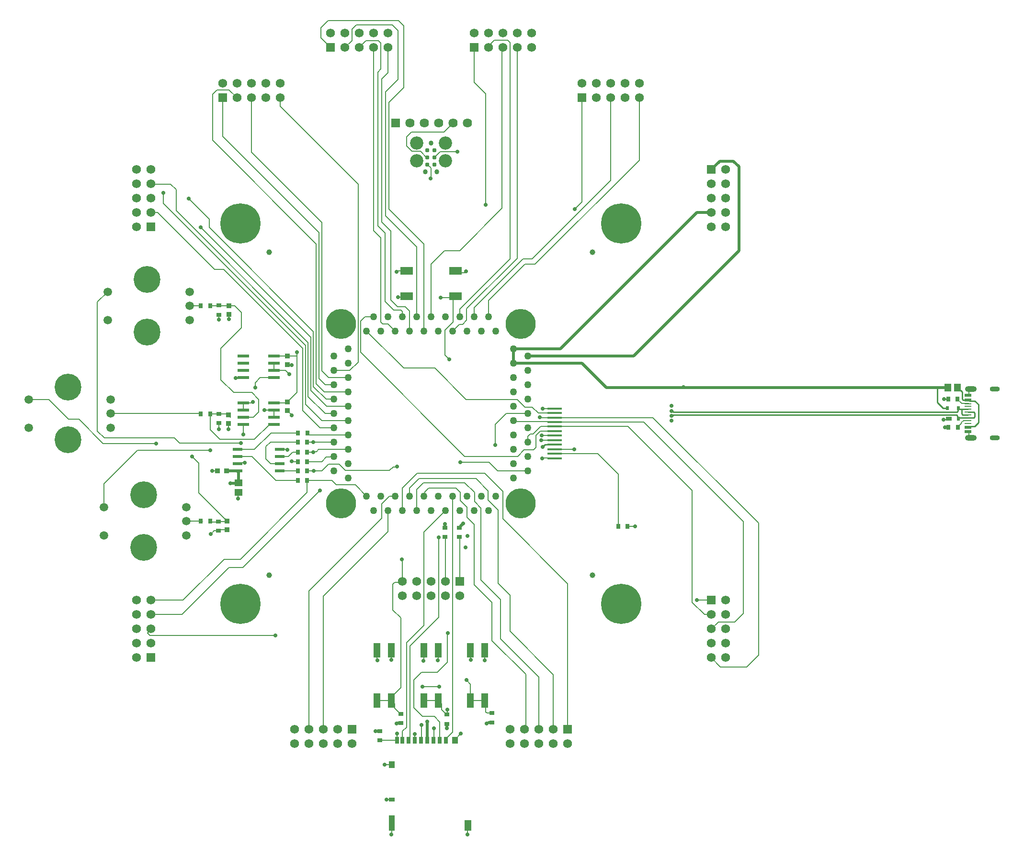
<source format=gtl>
G04*
G04 #@! TF.GenerationSoftware,Altium Limited,Altium Designer,23.0.1 (38)*
G04*
G04 Layer_Physical_Order=1*
G04 Layer_Color=39423*
%FSLAX25Y25*%
%MOIN*%
G70*
G04*
G04 #@! TF.SameCoordinates,A82DE2A9-68C3-4950-AE13-74F95629AD28*
G04*
G04*
G04 #@! TF.FilePolarity,Positive*
G04*
G01*
G75*
%ADD12C,0.02000*%
%ADD14C,0.01000*%
%ADD17C,0.00800*%
%ADD22R,0.04528X0.02264*%
%ADD23R,0.04528X0.01083*%
%ADD24R,0.07087X0.02362*%
%ADD25R,0.02756X0.03347*%
%ADD26R,0.10000X0.01378*%
%ADD27R,0.04921X0.05512*%
%ADD28R,0.04331X0.03150*%
%ADD29R,0.02362X0.02756*%
%ADD30R,0.03937X0.11024*%
%ADD31R,0.05118X0.07480*%
%ADD32R,0.03937X0.04724*%
%ADD33R,0.03937X0.03150*%
%ADD34R,0.02756X0.04724*%
%ADD35R,0.03347X0.02756*%
%ADD36R,0.08071X0.02362*%
%ADD37R,0.03543X0.03740*%
%ADD38R,0.08500X0.05500*%
%ADD39R,0.05000X0.10000*%
%ADD40R,0.05512X0.04921*%
%ADD41R,0.03740X0.03543*%
%ADD80C,0.03937*%
%ADD81C,0.03100*%
%ADD82C,0.01126*%
%ADD83C,0.20866*%
%ADD84C,0.05000*%
%ADD85O,0.08268X0.03937*%
%ADD86O,0.07087X0.03543*%
%ADD87C,0.28000*%
%ADD88C,0.03000*%
%ADD89C,0.06200*%
%ADD90R,0.06200X0.06200*%
%ADD91R,0.06200X0.06200*%
%ADD92C,0.09200*%
%ADD93C,0.03400*%
%ADD94C,0.06400*%
%ADD95R,0.06400X0.06400*%
%ADD96C,0.05906*%
%ADD97C,0.18661*%
%ADD98C,0.02800*%
D12*
X214300Y113300D02*
Y172100D01*
X200900Y175900D02*
X210500D01*
X214300Y172100D01*
X195000Y170000D02*
X200900Y175900D01*
X141000Y40000D02*
X214300Y113300D01*
X175700Y18200D02*
X352500D01*
X359555D01*
X121900D02*
X175700D01*
X67500Y40000D02*
X141000D01*
X20473Y-79174D02*
Y-78627D01*
X19800Y-79552D02*
X20095D01*
X20473Y-79174D01*
Y-78627D02*
X22400Y-76700D01*
X11000Y-219100D02*
Y-216248D01*
X9750Y-79454D02*
X9800Y-79504D01*
X9700Y-76900D02*
X9750Y-76950D01*
Y-79454D02*
Y-76950D01*
X-134881Y-40000D02*
X-134000Y-40881D01*
X-2500Y-227500D02*
Y-214600D01*
X-2600Y-214500D02*
X-2500Y-214600D01*
X57500Y35000D02*
Y45000D01*
Y35000D02*
X105100D01*
X121900Y18200D01*
X77573Y-23200D02*
X77773D01*
X40047Y-215248D02*
X42500D01*
X-139600Y-48500D02*
X-134390D01*
X-134000Y-48110D01*
X-38448Y-221252D02*
X-35500D01*
X-38600Y-221100D02*
X-38448Y-221252D01*
X-24100Y-215800D02*
X-23800D01*
X-23748Y-215748D01*
X-21000D01*
X-142398Y-40000D02*
X-134881D01*
X-134000Y-48110D02*
Y-40881D01*
X185100Y140000D02*
X195000D01*
X90100Y45000D02*
X185100Y140000D01*
X57500Y45000D02*
X90100D01*
D14*
X352500Y7700D02*
Y18200D01*
Y7700D02*
X356400Y3800D01*
X359513D01*
X370186Y9449D02*
X373543D01*
X369600Y10035D02*
Y15045D01*
Y10035D02*
X370186Y9449D01*
X366445Y17905D02*
X368406Y15944D01*
X368701D02*
X369600Y15045D01*
X368406Y15944D02*
X368701D01*
X366445Y17905D02*
Y18200D01*
X374467Y9527D02*
X375099Y8895D01*
X378405D01*
X381000Y-6300D02*
Y6300D01*
X378405Y8895D02*
X381000Y6300D01*
X378380Y-8920D02*
X381000Y-6300D01*
X374467Y-9371D02*
X374918Y-8920D01*
X378380D01*
X77773Y-23200D02*
X79299Y-21674D01*
X86000D01*
X357600Y-9500D02*
X357800Y-9700D01*
X360152D01*
X357100Y10100D02*
X357200Y10000D01*
X359952D01*
X57500Y35000D02*
X57700Y35200D01*
D17*
X356600Y-4163D02*
X359817D01*
X360300Y-3680D01*
X-105000Y214200D02*
X-50700Y159900D01*
Y35900D02*
Y159900D01*
X-76700Y268700D02*
X-71800Y273600D01*
X-22600D02*
X-19100Y270100D01*
X-71800Y273600D02*
X-22600D01*
X-29300Y216900D02*
X-19100Y227100D01*
Y270100D01*
X-27100Y270900D02*
X-23000Y266800D01*
Y232800D02*
Y266800D01*
X-52100Y270900D02*
X-27100D01*
X-34900Y240000D02*
Y258200D01*
X-45200Y259800D02*
X-36500D01*
X-34900Y258200D01*
X-50000Y255000D02*
X-45200Y259800D01*
X-55100Y259900D02*
Y267900D01*
X-52100Y270900D01*
X-60000Y255000D02*
X-55100Y259900D01*
X-29300Y142300D02*
Y216900D01*
X-5000Y57500D02*
Y118000D01*
X-29300Y142300D02*
X-5000Y118000D01*
X-35000Y63900D02*
Y122400D01*
X-40000Y127400D02*
Y255000D01*
Y127400D02*
X-35000Y122400D01*
X-37000Y130600D02*
Y237900D01*
X-32000Y78203D02*
Y125600D01*
X-37000Y130600D02*
X-32000Y125600D01*
X46600Y-118300D02*
X54900Y-126600D01*
X46600Y-118300D02*
Y-67100D01*
X39800Y-60300D02*
X46600Y-67100D01*
X37400Y-41600D02*
X49900Y-54100D01*
Y-73400D02*
Y-54100D01*
X-9800Y-41600D02*
X37400D01*
X-20000Y-51800D02*
X-9800Y-41600D01*
X31200Y-45200D02*
X39800Y-53800D01*
Y-60300D02*
Y-53800D01*
X-8200Y-45200D02*
X31200D01*
X-15000Y-52000D02*
X-8200Y-45200D01*
X23497Y-48100D02*
X30293Y-54896D01*
X-5300Y-48100D02*
X23497D01*
X-10000Y-52800D02*
X-5300Y-48100D01*
X20353Y-60753D02*
Y-54853D01*
X25000Y-72300D02*
Y-65400D01*
X20353Y-60753D02*
X25000Y-65400D01*
Y-72300D02*
X30100Y-77400D01*
X-26500Y-118900D02*
X-25249Y-117648D01*
X-20649D01*
X-26500Y-136800D02*
Y-118900D01*
X38100Y-208000D02*
X38852Y-208752D01*
X38100Y-208000D02*
Y-200600D01*
X38852Y-208752D02*
X42500D01*
X37500Y-200000D02*
X38100Y-200600D01*
X20800Y-222901D02*
Y-222900D01*
X16594Y-227106D02*
X20800Y-222901D01*
X5600Y-190300D02*
X5700Y-190400D01*
X-5900Y-190200D02*
X-5800Y-190300D01*
X5600D01*
X-15492Y-227500D02*
X-14700Y-226708D01*
Y-162000D02*
X5261Y-142039D01*
X-14700Y-226708D02*
Y-162000D01*
X-11900Y-185500D02*
X-6750Y-180350D01*
X-11900Y-204900D02*
Y-185500D01*
X-6750Y-180350D02*
X4250D01*
X11400Y-173200D01*
Y-153200D01*
X-11900Y-204900D02*
X-5990Y-210810D01*
X23400Y-29900D02*
X60300D01*
X-49100Y42600D02*
Y64300D01*
Y42600D02*
X23400Y-29900D01*
X-45900Y67500D02*
X-40000D01*
X-49100Y64300D02*
X-45900Y67500D01*
X-56600Y30000D02*
X-50700Y35900D01*
X71200Y-25400D02*
X72900Y-23700D01*
Y-15300D02*
X75975Y-12225D01*
X72900Y-23700D02*
Y-15300D01*
X201500Y-176500D02*
X219700D01*
X228000Y-168200D01*
X195000Y-170000D02*
X201500Y-176500D01*
X211258Y-145142D02*
X217300Y-139100D01*
X199858Y-145142D02*
X211258D01*
X195000Y-150000D02*
X199858Y-145142D01*
X86000Y-2776D02*
X154476D01*
X228000Y-149800D02*
Y-76300D01*
X154476Y-2776D02*
X228000Y-76300D01*
X-76100Y29800D02*
Y133200D01*
X-125000Y182100D02*
Y220000D01*
Y182100D02*
X-76100Y133200D01*
Y29800D02*
X-71300Y25000D01*
X-145000Y193000D02*
X-78100Y126100D01*
Y24500D02*
Y126100D01*
Y24500D02*
X-73600Y20000D01*
X-81900Y18800D02*
Y57200D01*
X-154400Y129700D02*
X-81900Y57200D01*
Y18800D02*
X-73100Y10000D01*
X-83800Y16100D02*
X-72700Y5000D01*
X-160300Y129600D02*
X-83800Y53100D01*
Y16100D02*
Y53100D01*
X-79900Y20700D02*
Y118200D01*
X-152100Y190400D02*
X-79900Y118200D01*
Y20700D02*
X-74200Y15000D01*
X-71300Y25000D02*
X-57500D01*
X-73600Y20000D02*
X-67500D01*
X-154400Y129700D02*
Y135300D01*
X-152100Y190400D02*
Y222300D01*
X-148848Y225552D02*
X-140551D01*
X-152100Y222300D02*
X-148848Y225552D01*
X-140551D02*
X-135000Y220000D01*
X-145000Y193000D02*
Y220000D01*
X-186300Y146500D02*
X-87300Y47500D01*
X-85600Y11800D02*
Y49497D01*
X-177400Y141297D02*
X-85600Y49497D01*
X-87300Y6400D02*
Y47500D01*
X-74200Y15000D02*
X-57500D01*
X-72700Y5000D02*
X-57500D01*
X44800Y-21900D02*
Y-7461D01*
X52261Y0D01*
X194800Y-129800D02*
X195000Y-130000D01*
X184900Y-129800D02*
X194800D01*
X77600Y-30900D02*
X85777D01*
X77400Y-31100D02*
X77600Y-30900D01*
X-17600Y81000D02*
X-17000Y81600D01*
X-23000Y81000D02*
X-17600D01*
X145000Y176500D02*
Y220000D01*
X65400Y104000D02*
X72500D01*
X145000Y176500D01*
X40000Y67500D02*
Y78600D01*
X65400Y104000D01*
X30000Y73700D02*
X64000Y107700D01*
X70391D01*
X125000Y162309D01*
X53414Y260000D02*
X55000Y258414D01*
X20000Y72700D02*
X55000Y107700D01*
Y258414D01*
X44000Y260000D02*
X53414D01*
X40000Y255000D02*
Y256000D01*
X44000Y260000D01*
X30000Y230900D02*
Y255000D01*
X38000Y145500D02*
Y222900D01*
X30000Y230900D02*
X38000Y222900D01*
X2500Y178500D02*
X6300Y182300D01*
X18500D01*
X-13600Y196000D02*
X8900D01*
X-17000Y192600D02*
X-13600Y196000D01*
X8900D02*
X15400Y202500D01*
X-31600Y224200D02*
X-23000Y232800D01*
X-31600Y137600D02*
Y224200D01*
Y137600D02*
X-10000Y116000D01*
X-34400Y233000D02*
X-30000Y237400D01*
X-34400Y133400D02*
Y233000D01*
Y133400D02*
X-28000Y127000D01*
X-76700Y261700D02*
Y268700D01*
Y261700D02*
X-70000Y255000D01*
X-30000Y237400D02*
Y255000D01*
X-37000Y237900D02*
X-34900Y240000D01*
X-28000Y79100D02*
Y127000D01*
X-10000Y67500D02*
Y116000D01*
X-32000Y78203D02*
X-25897Y72100D01*
X-23400Y74500D02*
X-18100D01*
X-28000Y79100D02*
X-23400Y74500D01*
X-18100D02*
X-15000Y71400D01*
X-25897Y72100D02*
X-20900D01*
X-20000Y67500D02*
Y71200D01*
X-20900Y72100D02*
X-20000Y71200D01*
X-35000Y63900D02*
X-33500Y62400D01*
X-29900D02*
X-25000Y57500D01*
X-33500Y62400D02*
X-29900D01*
X30000Y67500D02*
Y73700D01*
X60000Y108200D02*
Y255000D01*
X24796Y64996D02*
Y72996D01*
X60000Y108200D01*
X19700Y62200D02*
X22000D01*
X24796Y64996D01*
X15000Y57500D02*
X19700Y62200D01*
X20000Y67500D02*
Y72700D01*
X15300Y80250D02*
X15950Y80900D01*
X15300Y63900D02*
Y80250D01*
X9600Y58200D02*
X15300Y63900D01*
X6700Y80900D02*
X15950D01*
X16650Y81600D01*
X9600Y40900D02*
X12700Y37800D01*
X16650Y81600D02*
X17000D01*
X9600Y40900D02*
Y58200D01*
X74527Y373D02*
X86000D01*
X70400Y4500D02*
X74527Y373D01*
X65400Y4500D02*
X70400D01*
X75975Y-12225D02*
X86000D01*
X-19100Y31600D02*
X2700D01*
X24400Y9900D01*
X60000D01*
X65400Y4500D01*
X75700Y-2776D02*
X86000D01*
X52261Y0D02*
X67500D01*
X64800Y-25400D02*
X71200D01*
X60300Y-29900D02*
X64800Y-25400D01*
X69100Y-14200D02*
X71154D01*
X76279Y-9076D02*
X86000D01*
X71154Y-14200D02*
X76279Y-9076D01*
X78122Y-15375D02*
X86000D01*
X78097Y-15400D02*
X78122Y-15375D01*
X77000Y-15300D02*
X77100Y-15400D01*
X78097D01*
X67500Y-15800D02*
X69100Y-14200D01*
X67500Y-20000D02*
Y-15800D01*
X40476Y-33976D02*
X46500Y-40000D01*
X20376Y-33976D02*
X40476D01*
X46500Y-40000D02*
X67500D01*
X54900Y-151700D02*
Y-126600D01*
Y-151700D02*
X85000Y-181800D01*
X19800Y-86048D02*
X20000Y-86248D01*
Y-117000D02*
Y-86248D01*
X48300Y-156992D02*
Y-129600D01*
X34700Y-116000D02*
X48300Y-129600D01*
X34700Y-116000D02*
Y-65800D01*
X30100Y-119200D02*
Y-77400D01*
Y-119200D02*
X42500Y-131600D01*
X85000Y-220000D02*
Y-181800D01*
X65900Y-219100D02*
Y-181600D01*
X42500Y-158200D02*
X65900Y-181600D01*
X65000Y-220000D02*
X65900Y-219100D01*
X48300Y-156992D02*
X75000Y-183692D01*
X49900Y-73400D02*
X95000Y-118500D01*
X30293Y-61393D02*
X34700Y-65800D01*
X30293Y-61393D02*
Y-54896D01*
X17300Y-51800D02*
X20353Y-54853D01*
X-4451Y-54452D02*
X-1800Y-51800D01*
X17300D01*
X-4451Y-56951D02*
Y-54452D01*
X-5000Y-57500D02*
X-4451Y-56951D01*
X-10000Y-67500D02*
Y-52800D01*
X-15000Y-57500D02*
Y-52000D01*
X-20000Y-67500D02*
Y-51800D01*
X2000Y-227331D02*
Y-219200D01*
X1831Y-227500D02*
X2000Y-227331D01*
X-5990Y-210810D02*
X2210D01*
X6161Y-227500D02*
Y-214761D01*
X2210Y-210810D02*
X6161Y-214761D01*
X-11300Y-227361D02*
X-11161Y-227500D01*
X-11300Y-227361D02*
Y-223200D01*
X-17100Y-218600D02*
Y-159600D01*
X-19823Y-221323D02*
X-17100Y-218600D01*
X-19823Y-227500D02*
Y-221323D01*
X-17100Y-159600D02*
X-5100Y-147600D01*
Y-82600D01*
X5261Y-142039D02*
Y-86400D01*
X10000Y-117000D02*
Y-86200D01*
X9800Y-86000D02*
X10000Y-86200D01*
X-5100Y-82600D02*
X10000Y-67500D01*
X-75000Y-220000D02*
Y-127100D01*
X-30000Y-82100D01*
Y-67500D01*
X-85000Y-123600D02*
X-34400Y-73000D01*
Y-63000D01*
X-85000Y-220000D02*
Y-123600D01*
X-34400Y-63000D02*
X-28900Y-57500D01*
X-71300Y-35400D02*
X-64000D01*
X-75900Y-40000D02*
X-71300Y-35400D01*
X-64000D02*
X-59700Y-39700D01*
X-114851Y-31749D02*
Y-23052D01*
X-111800Y-20000D02*
X-92748D01*
X-114851Y-23052D02*
X-111800Y-20000D01*
X-232202Y-12099D02*
Y77700D01*
X-225059Y84842D01*
X-178646Y-17000D02*
X-174946Y-20700D01*
X-227300Y-17000D02*
X-178646D01*
X-232202Y-12099D02*
X-227300Y-17000D01*
X-252190Y-4000D02*
X-245100D01*
X-228300Y-20800D02*
X-191200D01*
X-245100Y-4000D02*
X-228300Y-20800D01*
X-134200Y-55200D02*
X-134000Y-55000D01*
X-134200Y-59400D02*
Y-55200D01*
X-150600Y-81748D02*
X-148100D01*
X-147403Y-81051D01*
X-142000D01*
X-170473Y-75000D02*
X-159000D01*
X-153252Y-75500D02*
X-148348D01*
X-148100Y-75252D01*
X-153752Y-75000D02*
X-153252Y-75500D01*
X-148100Y-75252D02*
X-142303D01*
X-142000Y-74949D01*
X-142148Y-74752D02*
Y-74702D01*
X-143472Y-73379D02*
X-142148Y-74702D01*
X-161700Y-55200D02*
X-143521Y-73379D01*
X-161700Y-55200D02*
Y-34600D01*
X-143521Y-73379D02*
X-143472D01*
X-166300Y-30000D02*
X-161700Y-34600D01*
X-132800Y-101500D02*
X-86252Y-54952D01*
Y-46500D01*
X-140600Y-107300D02*
X-131100D01*
X-77300Y-53500D01*
X-28900Y-39700D02*
X-26300Y-37100D01*
X-59700Y-39700D02*
X-28900D01*
X-81600Y-40000D02*
X-75900D01*
X-86252D02*
X-81600D01*
X-86252Y-20000D02*
X-67500D01*
X-86252Y-27000D02*
X-82000D01*
X-79779Y-26579D02*
X-78200Y-25000D01*
X-81579Y-26579D02*
X-79779D01*
X-82000Y-27000D02*
X-81579Y-26579D01*
X-78200Y-25000D02*
X-57500D01*
X-105433Y-30000D02*
X-99235D01*
X-96236Y-27000D01*
X-92748D01*
X-114851Y-31749D02*
X-111600Y-35000D01*
X-147500Y-10800D02*
Y-6748D01*
X-146300Y23500D02*
Y45400D01*
Y23500D02*
X-137400Y14600D01*
X-124800D02*
X-120100Y9900D01*
X-137400Y14600D02*
X-124800D01*
X-120100Y1100D02*
Y9900D01*
X-123700Y-2500D02*
X-120100Y1100D01*
X-130531Y-2500D02*
X-123700D01*
X-153752Y75000D02*
X-141551D01*
X-140500Y75051D02*
X-136651D01*
X-132000Y70400D01*
Y59700D02*
Y70400D01*
X-146300Y45400D02*
X-132000Y59700D01*
X-122400Y21500D02*
X-118900Y25000D01*
X-122400Y18000D02*
Y21500D01*
X-118900Y25000D02*
X-109468D01*
X-100000Y40051D02*
X-93400D01*
Y14750D02*
Y40051D01*
X-109417D02*
X-100000D01*
Y8150D02*
X-93400Y14750D01*
Y40051D02*
Y42900D01*
X-89300Y2100D02*
X-77200Y-10000D01*
X-89300Y2100D02*
Y45300D01*
X-144300Y100300D02*
X-89300Y45300D01*
X-85600Y11800D02*
X-73800Y0D01*
X-67500D01*
X-73100Y10000D02*
X-67500D01*
X-177400Y141297D02*
Y156000D01*
X-186300Y146500D02*
Y153600D01*
X-150600Y100300D02*
X-144300D01*
X-190300Y140000D02*
X-150600Y100300D01*
X-195000Y140000D02*
X-190300D01*
X-87300Y6400D02*
X-75900Y-5000D01*
X-181200Y159800D02*
X-177400Y156000D01*
X-194800Y159800D02*
X-181200D01*
X-168700Y149600D02*
X-154400Y135300D01*
X-160548Y0D02*
X-160248Y-300D01*
X-222972Y0D02*
X-160548D01*
X-141000Y-1047D02*
Y-949D01*
X-153752Y-300D02*
X-141649D01*
X-141000Y-1047D02*
X-139528Y-2519D01*
X-112323Y-7500D02*
X-110400D01*
X-122823Y-18000D02*
X-112323Y-7500D01*
X-147100Y-18000D02*
X-122823D01*
X-153752Y-11348D02*
X-147100Y-18000D01*
X-153752Y-11348D02*
Y-300D01*
X-141649D02*
X-141000Y-949D01*
X-130531Y-7500D02*
X-130500Y-7531D01*
Y-14500D02*
Y-7531D01*
X136848Y-78600D02*
X142100D01*
X142600D01*
X116173Y-27973D02*
X130352Y-42152D01*
Y-78600D02*
Y-42152D01*
X137176Y-9076D02*
X181800Y-53700D01*
Y-131500D02*
X190300Y-140000D01*
X181800Y-131500D02*
Y-53700D01*
X-227559Y-65158D02*
Y-48859D01*
X-204400Y-25700D02*
X-153700D01*
X-227559Y-48859D02*
X-204400Y-25700D01*
X-172500Y-130000D02*
X-144000Y-101500D01*
X-132800D01*
X-195000Y-130000D02*
X-172500D01*
X-173300Y-140000D02*
X-140600Y-107300D01*
X-195000Y-140000D02*
X-173300D01*
X-69100Y-46500D02*
X-65900Y-49700D01*
X-52800D02*
X-45000Y-57500D01*
X-65900Y-49700D02*
X-52800D01*
X-86252Y-46500D02*
X-69100D01*
X-13349Y182600D02*
X-7200D01*
X-2500Y177900D01*
X-17000Y186251D02*
X-13349Y182600D01*
X-17000Y186251D02*
Y192600D01*
X-20649Y-117648D02*
X-20000Y-117000D01*
X-26500Y-136800D02*
X-21000Y-142300D01*
X-6800Y-227469D02*
Y-216800D01*
X-23700Y-37100D02*
X-23624Y-37024D01*
X-26300Y-37100D02*
X-23700D01*
X228000Y-168200D02*
Y-149800D01*
X217300Y-139100D02*
Y-75100D01*
X86000Y-27973D02*
X116173D01*
X99724Y-24824D02*
X99800Y-24900D01*
X86000Y-24824D02*
X99724D01*
X376009Y-16930D02*
X376731D01*
X374467Y-15389D02*
Y-12520D01*
Y-15389D02*
X376009Y-16930D01*
X374467Y12676D02*
Y15544D01*
X376009Y17086D01*
X376731D01*
X366648Y-9700D02*
Y-9405D01*
X369113Y-6940D01*
Y-6387D01*
X370657Y-4843D01*
X374467D01*
X369185Y6968D02*
X374467D01*
X366448Y9705D02*
X369185Y6968D01*
X366448Y9705D02*
Y10000D01*
X58037Y-5537D02*
X85611D01*
X57500Y-5000D02*
X58037Y-5537D01*
X85611D02*
X86000Y-5926D01*
X148126D01*
X77723Y3523D02*
X86000D01*
X77700Y3500D02*
X77723Y3523D01*
X76800Y-18600D02*
X76900D01*
X76976Y-18524D01*
X86000D01*
X85777Y-30900D02*
X86000Y-31123D01*
Y-9076D02*
X137176D01*
X148126Y-5926D02*
X217300Y-75100D01*
X16594Y-227500D02*
Y-227106D01*
X-96900Y33900D02*
Y33949D01*
X-100000D02*
X-96900D01*
X-97100Y33900D02*
X-96900D01*
X-24000Y98600D02*
X-23200Y99400D01*
X-17000D01*
X23948Y98200D02*
X24300Y98551D01*
X18200Y98200D02*
X23948D01*
X24300Y98551D02*
Y99100D01*
X17000Y99400D02*
X18200Y98200D01*
X-135700Y24900D02*
X-135600Y25000D01*
X-136100Y24900D02*
X-135700D01*
X-135600Y25000D02*
X-130531D01*
X-153147Y-84000D02*
X-150895Y-81748D01*
X-153300Y-84000D02*
X-153147D01*
X-150895Y-81748D02*
X-150600D01*
X25300Y-293100D02*
Y-287495D01*
Y-293100D02*
X25400Y-293200D01*
X25300Y-287495D02*
X25846Y-286949D01*
X-27303Y-293003D02*
Y-285177D01*
X-27600Y-293300D02*
X-27303Y-293003D01*
X-31061Y-268839D02*
X-27303D01*
X-31100Y-268800D02*
X-31061Y-268839D01*
X-37500Y-171500D02*
Y-165000D01*
Y-171500D02*
X-37200Y-171800D01*
X-27600Y-171500D02*
X-27500Y-171400D01*
X-27600Y-171700D02*
Y-171500D01*
X-27500Y-171400D02*
Y-165000D01*
X37400Y-171900D02*
X37500Y-171800D01*
Y-165000D01*
X27500Y-171500D02*
X27600Y-171600D01*
Y-171700D02*
Y-171600D01*
X27500Y-171500D02*
Y-165000D01*
X5000Y-171400D02*
Y-165000D01*
X4600Y-171800D02*
X5000Y-171400D01*
X-5200Y-172200D02*
X-5000Y-172000D01*
Y-165000D01*
X-100551Y7500D02*
X-100000Y8051D01*
X-109468Y7500D02*
X-100551D01*
X-100000Y8051D02*
Y8150D01*
X-109468Y40000D02*
X-109417Y40051D01*
X-45000Y57500D02*
X-19100Y31600D01*
X-32200Y-244600D02*
X-31900D01*
X-31729Y-244429D01*
X-27303D01*
X-35500Y-227748D02*
X-35252Y-227500D01*
X-23563D01*
X-25300Y-205247D02*
X-21295Y-209252D01*
X-25300Y-205247D02*
Y-202200D01*
X-21295Y-209252D02*
X-21000D01*
X-27500Y-200000D02*
X-25300Y-202200D01*
X7200Y-206247D02*
X10705Y-209752D01*
X7200Y-206247D02*
Y-202200D01*
X5000Y-200000D02*
X7200Y-202200D01*
X10705Y-209752D02*
X11000D01*
X11200Y-209552D02*
Y-206200D01*
X11000Y-209752D02*
X11200Y-209552D01*
X15000Y-222008D02*
Y-57500D01*
X10492Y-226516D02*
X15000Y-222008D01*
X-147600Y65600D02*
X-147500Y65500D01*
X-147600Y68652D02*
X-147500Y68752D01*
X-147600Y65600D02*
Y68652D01*
X-140500Y65600D02*
Y68949D01*
X-141000Y-10400D02*
Y-7051D01*
X-141200Y-10600D02*
X-141000Y-10400D01*
X-152300Y-40000D02*
X-148500D01*
X-134567Y-30000D02*
X-124600D01*
X-108100Y-46500D01*
X-92748D01*
X-100300Y-25000D02*
X-100000Y-25300D01*
X-105433Y-25000D02*
X-100300D01*
X-97100Y-1100D02*
X-97000Y-1200D01*
X-97100Y-1100D02*
Y-1050D01*
X-100000Y1850D02*
X-97100Y-1050D01*
X-100000Y1850D02*
Y1949D01*
X-109468Y-2500D02*
Y2500D01*
X-195000Y160000D02*
X-194800Y159800D01*
X-174946Y-20700D02*
X-132200D01*
X-266033Y9843D02*
X-252190Y-4000D01*
X-280059Y9843D02*
X-266033D01*
X0Y67500D02*
Y104000D01*
X9500Y113500D01*
X-100Y163700D02*
Y171100D01*
X-200Y163600D02*
X-100Y163700D01*
X-2500Y173500D02*
X-100Y171100D01*
X-2500Y177900D02*
Y178500D01*
X-105000Y214200D02*
Y220000D01*
X-15000Y57500D02*
Y71400D01*
X-67500Y30000D02*
X-56600D01*
X-109568Y2400D02*
X-109468Y2500D01*
X-115900Y2400D02*
X-109568D01*
X-75900Y-5000D02*
X-57500D01*
X-77200Y-10000D02*
X-67500D01*
X-84799Y-15000D02*
X-57500D01*
X-86004Y-13795D02*
X-84799Y-15000D01*
X-101300Y30000D02*
X-98600Y27300D01*
X-109468Y30000D02*
X-101300D01*
X-109468D02*
Y35000D01*
X-130531Y7500D02*
X-124600D01*
X-124100Y8000D01*
X-130531Y2500D02*
Y7500D01*
X-167973Y75000D02*
X-160248D01*
X-160248Y75000D01*
X-134567Y-25000D02*
X-122900D01*
X-111400Y-13500D02*
X-92500D01*
X-122900Y-25000D02*
X-111400Y-13500D01*
X-111600Y-35000D02*
X-105433D01*
X-134567D02*
X-133767Y-34200D01*
X-129700D01*
X-96600Y-33500D02*
X-92748D01*
X-96900Y-33200D02*
X-96600Y-33500D01*
X-105433Y-40000D02*
X-92748D01*
X-197352Y-152848D02*
X-195000Y-150497D01*
X-197352Y-152848D02*
X-195600Y-154600D01*
X-195000Y-150497D02*
Y-150000D01*
X-195600Y-154600D02*
X-108300D01*
X-86004Y-13795D02*
Y-13500D01*
X-73000Y-30400D02*
X-67900D01*
X-67500Y-30000D01*
X-76100Y-33500D02*
X-73000Y-30400D01*
X-86252Y-33500D02*
X-76100D01*
X-28900Y-57500D02*
X-25000D01*
X-21000Y-191000D02*
Y-142300D01*
X-27500Y-200000D02*
Y-197500D01*
X-21000Y-191000D01*
X-37500Y-200000D02*
X-27500D01*
X-5000D02*
X5000D01*
X11400Y-153200D02*
X11600Y-153000D01*
X24600Y-185700D02*
X27500Y-188600D01*
Y-200000D02*
Y-188600D01*
Y-200000D02*
X37500D01*
X-20200Y-101500D02*
X-20000Y-101700D01*
Y-117000D02*
Y-101700D01*
X42500Y-158200D02*
Y-131600D01*
X75000Y-220000D02*
Y-183692D01*
X95000Y-220000D02*
Y-118500D01*
X-23563Y-223363D02*
X-23500Y-223300D01*
Y-223000D01*
X-23563Y-227500D02*
Y-223363D01*
X10492Y-227500D02*
Y-226516D01*
X190300Y-140000D02*
X195000D01*
X105000Y147400D02*
Y220000D01*
X100100Y142500D02*
X105000Y147400D01*
X125000Y162309D02*
Y220000D01*
X20081Y113500D02*
X49500Y142919D01*
X9500Y113500D02*
X20081D01*
X49500Y142919D02*
Y254500D01*
X50000Y255000D01*
D22*
X373543Y-12598D02*
D03*
X373543Y-9449D02*
D03*
Y9449D02*
D03*
X373543Y12598D02*
D03*
D23*
X373543Y-6890D02*
D03*
Y-4921D02*
D03*
X373543Y-2953D02*
D03*
X373543Y-984D02*
D03*
X373543Y984D02*
D03*
X373543Y2953D02*
D03*
X373543Y4921D02*
D03*
X373543Y6890D02*
D03*
D24*
X-134567Y-25000D02*
D03*
Y-30000D02*
D03*
Y-35000D02*
D03*
Y-40000D02*
D03*
X-105433Y-25000D02*
D03*
Y-30000D02*
D03*
Y-35000D02*
D03*
Y-40000D02*
D03*
D25*
X136848Y-78600D02*
D03*
X130352D02*
D03*
X360152Y-9700D02*
D03*
X366648D02*
D03*
X359952Y10000D02*
D03*
X366448D02*
D03*
X-153752Y-75000D02*
D03*
X-160248D02*
D03*
X-153752Y75000D02*
D03*
X-160248D02*
D03*
X-92748Y-40000D02*
D03*
X-86252D02*
D03*
X-92748Y-33500D02*
D03*
X-86252D02*
D03*
X-92748Y-27000D02*
D03*
X-86252D02*
D03*
X-92748Y-20000D02*
D03*
X-86252D02*
D03*
X-92500Y-13500D02*
D03*
X-86004D02*
D03*
X-92748Y-46500D02*
D03*
X-86252D02*
D03*
X-153752Y-300D02*
D03*
X-160248D02*
D03*
D26*
X86000Y-21674D02*
D03*
Y-24824D02*
D03*
Y-27973D02*
D03*
Y3523D02*
D03*
Y373D02*
D03*
Y-2776D02*
D03*
Y-5926D02*
D03*
Y-9076D02*
D03*
Y-12225D02*
D03*
Y-15375D02*
D03*
Y-18524D02*
D03*
Y-31123D02*
D03*
D27*
X366445Y18200D02*
D03*
X359555D02*
D03*
D28*
X360300Y-3680D02*
D03*
D29*
X367000D02*
D03*
Y3800D02*
D03*
X359513D02*
D03*
D30*
X-27303Y-285177D02*
D03*
D31*
X25846Y-286949D02*
D03*
D32*
X-27303Y-244429D02*
D03*
X16594Y-227500D02*
D03*
D33*
X-27303Y-268839D02*
D03*
D34*
X-19823Y-227500D02*
D03*
X-15492Y-227500D02*
D03*
X-11161D02*
D03*
X-6831D02*
D03*
X-2500Y-227500D02*
D03*
X1831Y-227500D02*
D03*
X6161Y-227500D02*
D03*
X10492D02*
D03*
X-23563D02*
D03*
D35*
X9800Y-79504D02*
D03*
Y-86000D02*
D03*
X-148100Y-75252D02*
D03*
Y-81748D02*
D03*
X42500Y-215248D02*
D03*
Y-208752D02*
D03*
X11000Y-216248D02*
D03*
Y-209752D02*
D03*
X-21000Y-215748D02*
D03*
Y-209252D02*
D03*
X-35500Y-227748D02*
D03*
Y-221252D02*
D03*
X-147500Y75248D02*
D03*
Y68752D02*
D03*
Y-252D02*
D03*
Y-6748D02*
D03*
X19800Y-86048D02*
D03*
Y-79552D02*
D03*
D36*
X-109468Y30000D02*
D03*
Y35000D02*
D03*
X-130531D02*
D03*
X-109468Y40000D02*
D03*
X-130531Y25000D02*
D03*
Y30000D02*
D03*
Y40000D02*
D03*
X-109468Y25000D02*
D03*
Y-2500D02*
D03*
Y2500D02*
D03*
X-130531D02*
D03*
X-109468Y7500D02*
D03*
X-130531Y-7500D02*
D03*
Y-2500D02*
D03*
Y7500D02*
D03*
X-109468Y-7500D02*
D03*
D37*
X-100000Y8051D02*
D03*
Y1949D02*
D03*
X-142000Y-74949D02*
D03*
Y-81051D02*
D03*
X-100000Y40051D02*
D03*
Y33949D02*
D03*
X-140500Y75051D02*
D03*
Y68949D02*
D03*
X-141000Y-949D02*
D03*
Y-7051D02*
D03*
D38*
X17000Y99400D02*
D03*
X-17000D02*
D03*
X17000Y81600D02*
D03*
X-17000D02*
D03*
D39*
X37500Y-200000D02*
D03*
Y-165000D02*
D03*
X27500Y-200000D02*
D03*
Y-165000D02*
D03*
X-5000D02*
D03*
Y-200000D02*
D03*
X5000Y-165000D02*
D03*
Y-200000D02*
D03*
X-27500D02*
D03*
Y-165000D02*
D03*
X-37500Y-200000D02*
D03*
Y-165000D02*
D03*
D40*
X-134000Y-48110D02*
D03*
Y-55000D02*
D03*
D41*
X-142398Y-40000D02*
D03*
X-148500D02*
D03*
D80*
X-112500Y112500D02*
D03*
X112500D02*
D03*
Y-112500D02*
D03*
X-112500D02*
D03*
D81*
X-2500Y183500D02*
D03*
X2500D02*
D03*
X-2500Y178500D02*
D03*
X2500Y173500D02*
D03*
X-2500D02*
D03*
X2500Y178500D02*
D03*
D82*
X366092Y1063D02*
X366752Y1723D01*
X366382Y-3062D02*
X367000Y-3680D01*
X366752Y1723D02*
Y2932D01*
X168590Y1063D02*
X366092D01*
X366382Y-3062D02*
Y-1523D01*
X365722Y-863D02*
X366382Y-1523D01*
X168590Y-863D02*
X365722D01*
X167853Y1800D02*
X168590Y1063D01*
X167853Y-1600D02*
X168590Y-863D01*
X367000Y2948D02*
X369500D01*
X367000D02*
Y3800D01*
X369500Y2953D02*
X373543D01*
X369500Y-324D02*
X370160Y-984D01*
X369500Y-324D02*
Y2953D01*
X370160Y-984D02*
X373543D01*
X367000Y-2932D02*
X373521D01*
X378200Y-2293D02*
Y324D01*
X373543Y984D02*
X377540D01*
X378200Y324D01*
X373543Y-2953D02*
X377540D01*
X373521Y-2932D02*
X373543Y-2953D01*
X377540D02*
X378200Y-2293D01*
X167400Y-1600D02*
X167853D01*
X167400Y1800D02*
X167853D01*
D83*
X-62500Y62500D02*
D03*
X62500D02*
D03*
Y-62500D02*
D03*
X-62500D02*
D03*
D84*
X45000Y57500D02*
D03*
X-45000D02*
D03*
X-40000Y67500D02*
D03*
X-35000Y57500D02*
D03*
X-30000Y67500D02*
D03*
X-25000Y57500D02*
D03*
X-20000Y67500D02*
D03*
X-15000Y57500D02*
D03*
X-10000Y67500D02*
D03*
X-5000Y57500D02*
D03*
X0Y67500D02*
D03*
X5000Y57500D02*
D03*
X10000Y67500D02*
D03*
X15000Y57500D02*
D03*
X20000Y67500D02*
D03*
X25000Y57500D02*
D03*
X30000Y67500D02*
D03*
X35000Y57500D02*
D03*
X40000Y67500D02*
D03*
X57500Y45000D02*
D03*
X67500Y40000D02*
D03*
X57500Y35000D02*
D03*
X67500Y30000D02*
D03*
X57500Y25000D02*
D03*
X67500Y20000D02*
D03*
X57500Y15000D02*
D03*
X67500Y10000D02*
D03*
X57500Y5000D02*
D03*
X67500Y0D02*
D03*
X57500Y-5000D02*
D03*
X67500Y-10000D02*
D03*
X57500Y-15000D02*
D03*
X67500Y-20000D02*
D03*
X57500Y-25000D02*
D03*
X67500Y-30000D02*
D03*
X57500Y-35000D02*
D03*
X67500Y-40000D02*
D03*
X57500Y-45000D02*
D03*
X45000Y-57500D02*
D03*
X40000Y-67500D02*
D03*
X35000Y-57500D02*
D03*
X30000Y-67500D02*
D03*
X25000Y-57500D02*
D03*
X20000Y-67500D02*
D03*
X15000Y-57500D02*
D03*
X10000Y-67500D02*
D03*
X5000Y-57500D02*
D03*
X0Y-67500D02*
D03*
X-5000Y-57500D02*
D03*
X-10000Y-67500D02*
D03*
X-15000Y-57500D02*
D03*
X-20000Y-67500D02*
D03*
X-25000Y-57500D02*
D03*
X-30000Y-67500D02*
D03*
X-35000Y-57500D02*
D03*
X-40000Y-67500D02*
D03*
X-45000Y-57500D02*
D03*
X-57500Y-45000D02*
D03*
X-67500Y-40000D02*
D03*
X-57500Y-35000D02*
D03*
X-67500Y-30000D02*
D03*
X-57500Y-25000D02*
D03*
X-67500Y-20000D02*
D03*
X-57500Y-15000D02*
D03*
X-67500Y-10000D02*
D03*
X-57500Y-5000D02*
D03*
X-67500Y0D02*
D03*
X-57500Y5000D02*
D03*
X-67500Y10000D02*
D03*
X-57500Y15000D02*
D03*
X-67500Y20000D02*
D03*
X-57500Y25000D02*
D03*
X-67500Y30000D02*
D03*
X-57500Y35000D02*
D03*
X-67500Y40000D02*
D03*
X-57500Y45000D02*
D03*
D85*
X375807Y17008D02*
D03*
Y-17008D02*
D03*
D86*
X392264Y17008D02*
D03*
Y-17008D02*
D03*
D87*
X-132500Y132500D02*
D03*
Y-132500D02*
D03*
X132500D02*
D03*
Y132500D02*
D03*
D88*
X-121800D02*
D03*
X-143200D02*
D03*
X-142385Y128405D02*
D03*
X-122615Y136595D02*
D03*
X-140066Y124934D02*
D03*
X-124934Y140066D02*
D03*
X-136595Y122615D02*
D03*
X-128405Y142385D02*
D03*
X-132500Y121800D02*
D03*
Y143200D02*
D03*
X-128405Y122615D02*
D03*
X-136595Y142385D02*
D03*
X-124934Y124934D02*
D03*
X-140066Y140066D02*
D03*
X-122615Y128405D02*
D03*
X-142385Y136595D02*
D03*
X-121800Y-132500D02*
D03*
X-143200D02*
D03*
X-142385Y-136595D02*
D03*
X-122615Y-128405D02*
D03*
X-140066Y-140066D02*
D03*
X-124934Y-124934D02*
D03*
X-136595Y-142385D02*
D03*
X-128405Y-122615D02*
D03*
X-132500Y-143200D02*
D03*
Y-121800D02*
D03*
X-128405Y-142385D02*
D03*
X-136595Y-122615D02*
D03*
X-124934Y-140066D02*
D03*
X-140066Y-124934D02*
D03*
X-122615Y-136595D02*
D03*
X-142385Y-128405D02*
D03*
X143200Y-132500D02*
D03*
X121800D02*
D03*
X122615Y-136595D02*
D03*
X142385Y-128405D02*
D03*
X124934Y-140066D02*
D03*
X140066Y-124934D02*
D03*
X128405Y-142385D02*
D03*
X136595Y-122615D02*
D03*
X132500Y-143200D02*
D03*
Y-121800D02*
D03*
X136595Y-142385D02*
D03*
X128405Y-122615D02*
D03*
X140066Y-140066D02*
D03*
X124934Y-124934D02*
D03*
X142385Y-136595D02*
D03*
X122615Y-128405D02*
D03*
X143200Y132500D02*
D03*
X121800D02*
D03*
X122615Y128405D02*
D03*
X142385Y136595D02*
D03*
X124934Y124934D02*
D03*
X140066Y140066D02*
D03*
X128405Y122615D02*
D03*
X136595Y142385D02*
D03*
X132500Y121800D02*
D03*
Y143200D02*
D03*
X136595Y122615D02*
D03*
X128405Y142385D02*
D03*
X140066Y124934D02*
D03*
X124934Y140066D02*
D03*
X142385Y128405D02*
D03*
X122615Y136595D02*
D03*
D89*
X145000Y230000D02*
D03*
Y220000D02*
D03*
X135000Y230000D02*
D03*
Y220000D02*
D03*
X125000Y230000D02*
D03*
Y220000D02*
D03*
X115000Y230000D02*
D03*
Y220000D02*
D03*
X105000Y230000D02*
D03*
X205000Y170000D02*
D03*
X195000Y160000D02*
D03*
X205000D02*
D03*
X195000Y150000D02*
D03*
X205000D02*
D03*
X195000Y140000D02*
D03*
X205000D02*
D03*
X195000Y130000D02*
D03*
X205000D02*
D03*
X70000Y265000D02*
D03*
Y255000D02*
D03*
X60000Y265000D02*
D03*
Y255000D02*
D03*
X50000Y265000D02*
D03*
Y255000D02*
D03*
X40000Y265000D02*
D03*
Y255000D02*
D03*
X30000Y265000D02*
D03*
X-70000D02*
D03*
X-60000Y255000D02*
D03*
Y265000D02*
D03*
X-50000Y255000D02*
D03*
Y265000D02*
D03*
X-40000Y255000D02*
D03*
Y265000D02*
D03*
X-30000Y255000D02*
D03*
Y265000D02*
D03*
X-205000Y130000D02*
D03*
X-195000Y140000D02*
D03*
X-205000D02*
D03*
X-195000Y150000D02*
D03*
X-205000D02*
D03*
X-195000Y160000D02*
D03*
X-205000D02*
D03*
X-195000Y170000D02*
D03*
X-205000D02*
D03*
Y-130000D02*
D03*
X-195000D02*
D03*
X-205000Y-140000D02*
D03*
X-195000D02*
D03*
X-205000Y-150000D02*
D03*
X-195000D02*
D03*
X-205000Y-160000D02*
D03*
X-195000D02*
D03*
X-205000Y-170000D02*
D03*
X55000Y-230000D02*
D03*
Y-220000D02*
D03*
X65000Y-230000D02*
D03*
Y-220000D02*
D03*
X75000Y-230000D02*
D03*
Y-220000D02*
D03*
X85000Y-230000D02*
D03*
Y-220000D02*
D03*
X95000Y-230000D02*
D03*
X-55000D02*
D03*
X-65000Y-220000D02*
D03*
Y-230000D02*
D03*
X-75000Y-220000D02*
D03*
Y-230000D02*
D03*
X-85000Y-220000D02*
D03*
Y-230000D02*
D03*
X-95000Y-220000D02*
D03*
Y-230000D02*
D03*
X20000Y-127000D02*
D03*
X10000Y-117000D02*
D03*
Y-127000D02*
D03*
X0Y-117000D02*
D03*
Y-127000D02*
D03*
X-10000Y-117000D02*
D03*
Y-127000D02*
D03*
X-20000Y-117000D02*
D03*
Y-127000D02*
D03*
X-105000Y230000D02*
D03*
Y220000D02*
D03*
X-115000Y230000D02*
D03*
Y220000D02*
D03*
X-125000Y230000D02*
D03*
Y220000D02*
D03*
X-135000Y230000D02*
D03*
Y220000D02*
D03*
X-145000Y230000D02*
D03*
X205000Y-130000D02*
D03*
X195000Y-140000D02*
D03*
X205000D02*
D03*
X195000Y-150000D02*
D03*
X205000D02*
D03*
X195000Y-160000D02*
D03*
X205000D02*
D03*
X195000Y-170000D02*
D03*
X205000D02*
D03*
D90*
X105000Y220000D02*
D03*
X30000Y255000D02*
D03*
X-70000D02*
D03*
X95000Y-220000D02*
D03*
X-55000D02*
D03*
X20000Y-117000D02*
D03*
X-145000Y220000D02*
D03*
D91*
X195000Y170000D02*
D03*
X-195000Y130000D02*
D03*
Y-170000D02*
D03*
X195000Y-130000D02*
D03*
D92*
X-10000Y176000D02*
D03*
X10000D02*
D03*
Y188500D02*
D03*
X-10000D02*
D03*
D93*
X-4000Y168500D02*
D03*
X4000D02*
D03*
X0Y188500D02*
D03*
D94*
X25400Y202500D02*
D03*
X-4600D02*
D03*
X-14600D02*
D03*
X5400D02*
D03*
X15400D02*
D03*
D95*
X-24600D02*
D03*
D96*
X-170473Y-84842D02*
D03*
Y-75000D02*
D03*
Y-65158D02*
D03*
X-227559Y-84842D02*
D03*
Y-65158D02*
D03*
X-222972Y-9843D02*
D03*
Y0D02*
D03*
Y9843D02*
D03*
X-280059Y-9843D02*
D03*
Y9843D02*
D03*
X-167973Y65158D02*
D03*
Y75000D02*
D03*
Y84842D02*
D03*
X-225059Y65158D02*
D03*
Y84842D02*
D03*
D97*
X-200000Y-93307D02*
D03*
Y-56693D02*
D03*
X-252500Y-18307D02*
D03*
Y18307D02*
D03*
X-197500Y56693D02*
D03*
Y93307D02*
D03*
D98*
X356600Y-4163D02*
D03*
X20800Y-222900D02*
D03*
X5700Y-190400D02*
D03*
X-5900Y-190200D02*
D03*
X167300Y-5000D02*
D03*
X167400Y-1600D02*
D03*
Y1800D02*
D03*
X44800Y-21900D02*
D03*
X184900Y-129800D02*
D03*
X77400Y-31100D02*
D03*
X-23000Y81000D02*
D03*
X75700Y-2700D02*
D03*
X77000Y-15300D02*
D03*
X2000Y-219200D02*
D03*
X11000Y-219100D02*
D03*
X-11300Y-223200D02*
D03*
X-152300Y-40000D02*
D03*
X-134200Y-59400D02*
D03*
X-82000Y-20000D02*
D03*
Y-27000D02*
D03*
X-147500Y-10800D02*
D03*
X-122400Y18000D02*
D03*
X-160300Y129600D02*
D03*
X-130500Y-14500D02*
D03*
X9700Y-76900D02*
D03*
X25218Y-85182D02*
D03*
X24000Y-93200D02*
D03*
X22400Y-76700D02*
D03*
X5261Y-86400D02*
D03*
X142100Y-78600D02*
D03*
X-77300Y-53500D02*
D03*
X-81600Y-40000D02*
D03*
X-2600Y-214500D02*
D03*
X-6800Y-216800D02*
D03*
X-23624Y-37024D02*
D03*
X175700Y18400D02*
D03*
X99800Y-24900D02*
D03*
X167500Y5400D02*
D03*
X77700Y3500D02*
D03*
X76800Y-18600D02*
D03*
X77573Y-23200D02*
D03*
X-97100Y33900D02*
D03*
X-24000Y98600D02*
D03*
X24300Y99100D02*
D03*
X-136100Y24900D02*
D03*
X-153300Y-84000D02*
D03*
X25400Y-293200D02*
D03*
X-27600Y-293300D02*
D03*
X-31100Y-268800D02*
D03*
X-37200Y-171800D02*
D03*
X-27600Y-171700D02*
D03*
X37400Y-171900D02*
D03*
X27600Y-171700D02*
D03*
X4600Y-171800D02*
D03*
X-5200Y-172200D02*
D03*
X38700Y-216000D02*
D03*
X-93400Y42900D02*
D03*
X357100Y10100D02*
D03*
X357600Y-9500D02*
D03*
X-32200Y-244600D02*
D03*
X11200Y-206200D02*
D03*
X-139600Y-48500D02*
D03*
X-38600Y-221100D02*
D03*
X-24100Y-215800D02*
D03*
X-147500Y65500D02*
D03*
X-140500Y65600D02*
D03*
X-141100Y-10900D02*
D03*
X-100000Y-25300D02*
D03*
X-97000Y-1200D02*
D03*
X-186300Y153600D02*
D03*
X-168700Y149600D02*
D03*
X-132200Y-20700D02*
D03*
X-153700Y-25700D02*
D03*
X-191200Y-20800D02*
D03*
X18500Y182300D02*
D03*
X6700Y80900D02*
D03*
X-200Y163600D02*
D03*
X12700Y37800D02*
D03*
X-115900Y2400D02*
D03*
X-98600Y27300D02*
D03*
X-124100Y8000D02*
D03*
X-166300Y-30000D02*
D03*
X-129700Y-34200D02*
D03*
X-96900Y-33200D02*
D03*
X-108300Y-154600D02*
D03*
X24600Y-185700D02*
D03*
X-20200Y-101500D02*
D03*
X20376Y-33976D02*
D03*
X-23500Y-223000D02*
D03*
X11600Y-153000D02*
D03*
X100100Y142500D02*
D03*
X38000Y145500D02*
D03*
M02*

</source>
